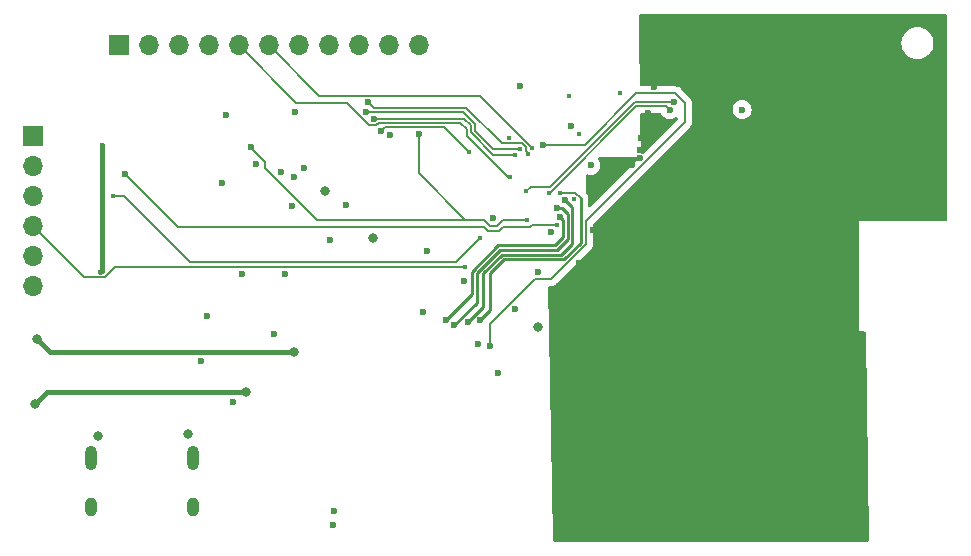
<source format=gbl>
G04 #@! TF.GenerationSoftware,KiCad,Pcbnew,7.0.11-7.0.11~ubuntu22.04.1*
G04 #@! TF.CreationDate,2024-06-26T13:47:26+02:00*
G04 #@! TF.ProjectId,S3-silicon-Sharp-Touch,53332d73-696c-4696-936f-6e2d53686172,rev?*
G04 #@! TF.SameCoordinates,Original*
G04 #@! TF.FileFunction,Copper,L4,Bot*
G04 #@! TF.FilePolarity,Positive*
%FSLAX46Y46*%
G04 Gerber Fmt 4.6, Leading zero omitted, Abs format (unit mm)*
G04 Created by KiCad (PCBNEW 7.0.11-7.0.11~ubuntu22.04.1) date 2024-06-26 13:47:26*
%MOMM*%
%LPD*%
G01*
G04 APERTURE LIST*
G04 #@! TA.AperFunction,ComponentPad*
%ADD10O,1.000000X2.100000*%
G04 #@! TD*
G04 #@! TA.AperFunction,ComponentPad*
%ADD11O,1.000000X1.600000*%
G04 #@! TD*
G04 #@! TA.AperFunction,ComponentPad*
%ADD12R,1.700000X1.700000*%
G04 #@! TD*
G04 #@! TA.AperFunction,ComponentPad*
%ADD13O,1.700000X1.700000*%
G04 #@! TD*
G04 #@! TA.AperFunction,ViaPad*
%ADD14C,0.600000*%
G04 #@! TD*
G04 #@! TA.AperFunction,ViaPad*
%ADD15C,0.400000*%
G04 #@! TD*
G04 #@! TA.AperFunction,ViaPad*
%ADD16C,0.800000*%
G04 #@! TD*
G04 #@! TA.AperFunction,Conductor*
%ADD17C,0.200000*%
G04 #@! TD*
G04 #@! TA.AperFunction,Conductor*
%ADD18C,0.400000*%
G04 #@! TD*
G04 #@! TA.AperFunction,Conductor*
%ADD19C,0.250000*%
G04 #@! TD*
G04 APERTURE END LIST*
D10*
X35070000Y-69085000D03*
D11*
X35070000Y-73265000D03*
D10*
X43710000Y-69085000D03*
D11*
X43710000Y-73265000D03*
D12*
X30150000Y-41840000D03*
D13*
X30150000Y-44380000D03*
X30150000Y-46920000D03*
X30150000Y-49460000D03*
X30150000Y-52000000D03*
X30150000Y-54540000D03*
D12*
X37400000Y-34130000D03*
D13*
X39940000Y-34130000D03*
X42480000Y-34130000D03*
X45020000Y-34130000D03*
X47560000Y-34130000D03*
X50100000Y-34130000D03*
X52640000Y-34130000D03*
X55180000Y-34130000D03*
X57720000Y-34130000D03*
X60260000Y-34130000D03*
X62800000Y-34130000D03*
D14*
X51490000Y-53520000D03*
X49000000Y-44190000D03*
X92172000Y-47320000D03*
X81610000Y-41950000D03*
X69540000Y-61900000D03*
X83094666Y-46200000D03*
X47110000Y-64350000D03*
X81560000Y-55913630D03*
X101268000Y-47320000D03*
X81520000Y-42973750D03*
X102785324Y-46200000D03*
D15*
X76400000Y-41670000D03*
D14*
X87624000Y-47320000D03*
X98241326Y-46200000D03*
X80080000Y-48490000D03*
X77246666Y-52530000D03*
D16*
X43250000Y-67015000D03*
D14*
X101270658Y-46200000D03*
X99755992Y-46200000D03*
D16*
X54900000Y-46470000D03*
D14*
X81560000Y-47320000D03*
X88360000Y-72390000D03*
X80822867Y-44235049D03*
X63525331Y-51554669D03*
X93697328Y-46200000D03*
D15*
X89110000Y-38670000D03*
D14*
X96720000Y-47320000D03*
X80930000Y-48470000D03*
X102784000Y-47320000D03*
D16*
X35600000Y-67195000D03*
D14*
X71400000Y-37570000D03*
X86108000Y-47320000D03*
X90667996Y-46200000D03*
X93688000Y-47320000D03*
X98236000Y-47320000D03*
D15*
X75912275Y-47133376D03*
D14*
X81560000Y-53540904D03*
X99752000Y-47320000D03*
X50550000Y-58600000D03*
X46120000Y-45790000D03*
X81526462Y-43672876D03*
X81560000Y-54727267D03*
X78495000Y-49750000D03*
X52240000Y-45260000D03*
X84609332Y-46200000D03*
X80080000Y-49480000D03*
X81580000Y-46200000D03*
X55590000Y-73540000D03*
X104300000Y-46200000D03*
X86123998Y-46200000D03*
X63190000Y-56700000D03*
X79300000Y-49740000D03*
D15*
X75540000Y-38400000D03*
D14*
X89153330Y-46200000D03*
X78940000Y-52530000D03*
X89140000Y-47320000D03*
X82750000Y-37650000D03*
X47810000Y-53500000D03*
X46500000Y-40010000D03*
X92182662Y-46200000D03*
X81830000Y-40560000D03*
X83076000Y-47320000D03*
X104300000Y-47320000D03*
X96726660Y-46200000D03*
X82220000Y-39890000D03*
X77590000Y-49750000D03*
X84592000Y-47320000D03*
X55550000Y-74740000D03*
X76400000Y-52530000D03*
X55270000Y-50610000D03*
X89110000Y-35640000D03*
D16*
X92450000Y-66350000D03*
D14*
X69124402Y-48790000D03*
D15*
X79860000Y-38180000D03*
D14*
X90656000Y-47320000D03*
X87638664Y-46200000D03*
X95204000Y-47320000D03*
X81560000Y-57100000D03*
X70980000Y-56460000D03*
D16*
X58900000Y-50450000D03*
D14*
X95211994Y-46200000D03*
D16*
X72870000Y-57950000D03*
D14*
X66625000Y-54065000D03*
X52320000Y-39800000D03*
X72920000Y-53345000D03*
X56607281Y-47672719D03*
D15*
X70408248Y-41971752D03*
D14*
X60391865Y-41742806D03*
X75680000Y-40990000D03*
X77360000Y-44300000D03*
X74000000Y-49925000D03*
X37940000Y-45040000D03*
D15*
X74540000Y-49310000D03*
D14*
X62800000Y-41660000D03*
D15*
X71990000Y-48930000D03*
D14*
X48609241Y-42770809D03*
X58530000Y-38940000D03*
D15*
X72060000Y-43310000D03*
X71406091Y-42903909D03*
D14*
X58360000Y-39770000D03*
D15*
X70939092Y-43413909D03*
D14*
X58980000Y-40330000D03*
D15*
X70536664Y-45289989D03*
D14*
X53070000Y-44500000D03*
X67810000Y-59460000D03*
X44400000Y-60850000D03*
X44860000Y-57090000D03*
X51154065Y-44875500D03*
X52030000Y-47760000D03*
D16*
X52250000Y-60100000D03*
X30450000Y-59000000D03*
X48200000Y-63500000D03*
X30300000Y-64500000D03*
D14*
X90170000Y-39570000D03*
X84050000Y-39600000D03*
D15*
X73800000Y-46600000D03*
X72416989Y-42799121D03*
X71917956Y-46501608D03*
D14*
X84420000Y-38910000D03*
X66960000Y-57570000D03*
X75166909Y-47216646D03*
X65810000Y-57830000D03*
X74535060Y-47924939D03*
D15*
X67010000Y-43130000D03*
D14*
X59623199Y-41379959D03*
D15*
X66730000Y-52910000D03*
X68020000Y-50410000D03*
X36900000Y-46920000D03*
X35821091Y-53321091D03*
X35940000Y-42610000D03*
D14*
X65104928Y-57355259D03*
X74731789Y-48673211D03*
X68020000Y-57360000D03*
D15*
X74740000Y-46600000D03*
D14*
X68830000Y-59600000D03*
X73330000Y-42560000D03*
D17*
X69559326Y-49840000D02*
X68689477Y-49840000D01*
X72208333Y-49489485D02*
X69909842Y-49489485D01*
X69909842Y-49489485D02*
X69559326Y-49840000D01*
X68338962Y-49489485D02*
X42389485Y-49489485D01*
X68689477Y-49840000D02*
X68338962Y-49489485D01*
X72387818Y-49310000D02*
X72208333Y-49489485D01*
X74540000Y-49310000D02*
X72387818Y-49310000D01*
X42389485Y-49489485D02*
X37940000Y-45040000D01*
X68855163Y-49440000D02*
X68345163Y-48930000D01*
X62800000Y-44980000D02*
X62800000Y-41660000D01*
X49790000Y-44020761D02*
X48609241Y-42840002D01*
X66750000Y-48930000D02*
X54160761Y-48930000D01*
X54160761Y-48930000D02*
X49790000Y-44559239D01*
X66750000Y-48930000D02*
X62800000Y-44980000D01*
X69903641Y-48930000D02*
X69393641Y-49440000D01*
X48609241Y-42840002D02*
X48609241Y-42770809D01*
X71990000Y-48930000D02*
X69903641Y-48930000D01*
X49790000Y-44559239D02*
X49790000Y-44020761D01*
X69393641Y-49440000D02*
X68855163Y-49440000D01*
X68345163Y-48930000D02*
X66750000Y-48930000D01*
X58530000Y-38940000D02*
X58530000Y-38950000D01*
X59000000Y-39420000D02*
X58680000Y-39100000D01*
X66800000Y-39420000D02*
X59000000Y-39420000D01*
X58530000Y-38950000D02*
X58770000Y-39190000D01*
X71856091Y-43106091D02*
X71856091Y-42717512D01*
X71856091Y-42717512D02*
X71578579Y-42440000D01*
X71578579Y-42440000D02*
X69820000Y-42440000D01*
X69820000Y-42440000D02*
X66800000Y-39420000D01*
X72060000Y-43310000D02*
X71856091Y-43106091D01*
X66521374Y-39770000D02*
X58360000Y-39770000D01*
X67520000Y-41350000D02*
X67520000Y-40768626D01*
X69073909Y-42903909D02*
X67520000Y-41350000D01*
X66690000Y-39938626D02*
X66521374Y-39770000D01*
X71406091Y-42903909D02*
X69193909Y-42903909D01*
X67520000Y-40768626D02*
X66690000Y-39938626D01*
X69193909Y-42903909D02*
X69073909Y-42903909D01*
X70939092Y-43413909D02*
X69103077Y-43413909D01*
X66600542Y-40330000D02*
X58980000Y-40330000D01*
X67180000Y-40909458D02*
X66600542Y-40330000D01*
X69103077Y-43413909D02*
X67180000Y-41490832D01*
X67180000Y-41490832D02*
X67180000Y-40909458D01*
X56690000Y-39000000D02*
X52430000Y-39000000D01*
X59397818Y-40690000D02*
X59207818Y-40880000D01*
X66840000Y-41781664D02*
X66840000Y-41205855D01*
X58570000Y-40880000D02*
X56690000Y-39000000D01*
X66840000Y-41205855D02*
X66324145Y-40690000D01*
X66324145Y-40690000D02*
X59397818Y-40690000D01*
X70536664Y-45289989D02*
X70348325Y-45289989D01*
X52430000Y-39000000D02*
X47560000Y-34130000D01*
X70348325Y-45289989D02*
X66840000Y-41781664D01*
X59207818Y-40880000D02*
X58570000Y-40880000D01*
D18*
X52250000Y-60100000D02*
X31550000Y-60100000D01*
X31550000Y-60100000D02*
X30450000Y-59000000D01*
X48200000Y-63500000D02*
X31300000Y-63500000D01*
X31300000Y-63500000D02*
X30300000Y-64500000D01*
D17*
X73900832Y-46600000D02*
X81220832Y-39280000D01*
X83730000Y-39280000D02*
X84050000Y-39600000D01*
X81220832Y-39280000D02*
X83730000Y-39280000D01*
X73800000Y-46600000D02*
X73900832Y-46600000D01*
X54360000Y-38390000D02*
X68009412Y-38390000D01*
X72416989Y-42797577D02*
X72416989Y-42799121D01*
X50100000Y-34130000D02*
X54360000Y-38390000D01*
X68009412Y-38390000D02*
X72416989Y-42797577D01*
X84390000Y-38940000D02*
X84420000Y-38910000D01*
X71917956Y-46501608D02*
X72319564Y-46100000D01*
X72319564Y-46100000D02*
X73920000Y-46100000D01*
X81080000Y-38940000D02*
X84390000Y-38940000D01*
X73920000Y-46100000D02*
X81080000Y-38940000D01*
D19*
X74850000Y-51860000D02*
X75795000Y-50915000D01*
X75795000Y-47835000D02*
X75090000Y-47130000D01*
X69838457Y-51860000D02*
X74850000Y-51860000D01*
X75795000Y-50915000D02*
X75795000Y-47835000D01*
X68250000Y-53448457D02*
X69838457Y-51860000D01*
X68250000Y-56280000D02*
X68250000Y-53448457D01*
X66960000Y-57570000D02*
X68250000Y-56280000D01*
X74938112Y-47924939D02*
X74535060Y-47924939D01*
X75405000Y-48391827D02*
X74938112Y-47924939D01*
X74480000Y-51470000D02*
X75405000Y-50545000D01*
X65810000Y-57830000D02*
X67726827Y-55913173D01*
X67726827Y-53420087D02*
X69676914Y-51470000D01*
X69676914Y-51470000D02*
X74480000Y-51470000D01*
X75405000Y-50545000D02*
X75405000Y-48391827D01*
X67726827Y-55913173D02*
X67726827Y-53420087D01*
D17*
X64970000Y-41090000D02*
X59913158Y-41090000D01*
X59913158Y-41090000D02*
X59623199Y-41379959D01*
X67010000Y-43130000D02*
X64970000Y-41090000D01*
X66730000Y-52910000D02*
X37010000Y-52910000D01*
X36210000Y-53780000D02*
X34470000Y-53780000D01*
X37010000Y-52910000D02*
X37010000Y-52980000D01*
X37010000Y-52980000D02*
X36210000Y-53780000D01*
X34470000Y-53780000D02*
X30150000Y-49460000D01*
X43450000Y-52510000D02*
X65920000Y-52510000D01*
X65920000Y-52510000D02*
X68020000Y-50410000D01*
X37860000Y-46920000D02*
X43450000Y-52510000D01*
X36900000Y-46920000D02*
X37860000Y-46920000D01*
D18*
X35940000Y-53202182D02*
X35821091Y-53321091D01*
X35940000Y-42610000D02*
X35940000Y-53202182D01*
D19*
X75015000Y-50355000D02*
X75015000Y-48956422D01*
X67290000Y-55170187D02*
X67290000Y-53305371D01*
X69515371Y-51080000D02*
X74290000Y-51080000D01*
X67290000Y-53305371D02*
X69515371Y-51080000D01*
X65104928Y-57355259D02*
X67290000Y-55170187D01*
X74290000Y-51080000D02*
X75015000Y-50355000D01*
X75015000Y-48956422D02*
X74731789Y-48673211D01*
X70000000Y-52250000D02*
X75090000Y-52250000D01*
X75090000Y-52250000D02*
X76510000Y-50830000D01*
D17*
X74740000Y-46600000D02*
X76060000Y-46600000D01*
D19*
X76510000Y-50830000D02*
X76510000Y-47050000D01*
X68830000Y-53420000D02*
X69580000Y-52670000D01*
X68020000Y-57360000D02*
X68830000Y-56550000D01*
X69580000Y-52670000D02*
X70000000Y-52250000D01*
X68830000Y-56550000D02*
X68830000Y-53420000D01*
D17*
X76060000Y-46600000D02*
X76510000Y-47050000D01*
X74005000Y-53895000D02*
X72625000Y-53895000D01*
X81230000Y-38210000D02*
X84530000Y-38210000D01*
X68820000Y-59590000D02*
X68830000Y-59600000D01*
X76950000Y-49887818D02*
X76950000Y-50950000D01*
X85360000Y-40617156D02*
X76940000Y-49037156D01*
X73330000Y-42560000D02*
X76880000Y-42560000D01*
X84530000Y-38210000D02*
X85360000Y-39040000D01*
X72625000Y-53895000D02*
X68820000Y-57700000D01*
X76940000Y-49877818D02*
X76950000Y-49887818D01*
X76950000Y-50950000D02*
X74005000Y-53895000D01*
X85360000Y-39040000D02*
X85360000Y-40617156D01*
X76940000Y-49037156D02*
X76940000Y-49877818D01*
X76880000Y-42560000D02*
X81230000Y-38210000D01*
X68820000Y-57700000D02*
X68820000Y-59590000D01*
G04 #@! TA.AperFunction,Conductor*
G36*
X107442539Y-31520185D02*
G01*
X107488294Y-31572989D01*
X107499500Y-31624500D01*
X107499500Y-48875500D01*
X107479815Y-48942539D01*
X107427011Y-48988294D01*
X107375500Y-48999500D01*
X100064760Y-48999500D01*
X100064554Y-48999459D01*
X100039998Y-48999459D01*
X100039807Y-48999538D01*
X100039619Y-48999615D01*
X100039615Y-48999618D01*
X100039459Y-48999999D01*
X100039476Y-49024616D01*
X100039471Y-49024616D01*
X100039500Y-49024759D01*
X100039500Y-58325467D01*
X100039416Y-58325889D01*
X100039459Y-58350000D01*
X100039500Y-58350099D01*
X100039617Y-58350383D01*
X100039618Y-58350384D01*
X100039808Y-58350462D01*
X100040000Y-58350541D01*
X100040002Y-58350539D01*
X100064616Y-58350524D01*
X100064616Y-58350528D01*
X100064760Y-58350500D01*
X100527096Y-58350500D01*
X100594135Y-58370185D01*
X100639890Y-58422989D01*
X100651083Y-58472689D01*
X100907490Y-76023689D01*
X100888787Y-76091009D01*
X100836657Y-76137530D01*
X100783503Y-76149500D01*
X74327339Y-76149500D01*
X74260300Y-76129815D01*
X74214545Y-76077011D01*
X74203366Y-76028071D01*
X73836692Y-58350524D01*
X73759355Y-54622070D01*
X73777645Y-54554638D01*
X73829488Y-54507798D01*
X73883328Y-54495500D01*
X73957513Y-54495500D01*
X73973697Y-54496560D01*
X74005000Y-54500682D01*
X74005001Y-54500682D01*
X74057254Y-54493802D01*
X74161762Y-54480044D01*
X74307841Y-54419536D01*
X74433282Y-54323282D01*
X74452509Y-54298223D01*
X74463190Y-54286043D01*
X77341043Y-51408190D01*
X77353223Y-51397509D01*
X77378282Y-51378282D01*
X77474536Y-51252841D01*
X77535044Y-51106762D01*
X77550500Y-50989361D01*
X77555682Y-50950000D01*
X77551561Y-50918697D01*
X77550500Y-50902512D01*
X77550500Y-49935305D01*
X77551561Y-49919119D01*
X77555682Y-49887817D01*
X77555682Y-49887816D01*
X77541561Y-49780557D01*
X77540500Y-49764372D01*
X77540500Y-49337252D01*
X77560185Y-49270213D01*
X77576814Y-49249576D01*
X85751044Y-41075345D01*
X85763222Y-41064666D01*
X85788282Y-41045438D01*
X85884536Y-40919997D01*
X85945044Y-40773918D01*
X85960500Y-40656517D01*
X85965682Y-40617156D01*
X85961561Y-40585853D01*
X85960500Y-40569668D01*
X85960500Y-39570003D01*
X89364435Y-39570003D01*
X89384630Y-39749249D01*
X89384631Y-39749254D01*
X89444211Y-39919523D01*
X89540184Y-40072262D01*
X89667738Y-40199816D01*
X89820478Y-40295789D01*
X89988339Y-40354526D01*
X89990745Y-40355368D01*
X89990750Y-40355369D01*
X90169996Y-40375565D01*
X90170000Y-40375565D01*
X90170004Y-40375565D01*
X90349249Y-40355369D01*
X90349252Y-40355368D01*
X90349255Y-40355368D01*
X90519522Y-40295789D01*
X90672262Y-40199816D01*
X90799816Y-40072262D01*
X90895789Y-39919522D01*
X90955368Y-39749255D01*
X90975565Y-39570000D01*
X90955368Y-39390745D01*
X90895789Y-39220478D01*
X90799816Y-39067738D01*
X90672262Y-38940184D01*
X90581635Y-38883239D01*
X90519523Y-38844211D01*
X90349254Y-38784631D01*
X90349249Y-38784630D01*
X90170004Y-38764435D01*
X90169996Y-38764435D01*
X89990750Y-38784630D01*
X89990745Y-38784631D01*
X89820476Y-38844211D01*
X89667737Y-38940184D01*
X89540184Y-39067737D01*
X89444211Y-39220476D01*
X89384631Y-39390745D01*
X89384630Y-39390750D01*
X89364435Y-39569996D01*
X89364435Y-39570003D01*
X85960500Y-39570003D01*
X85960500Y-39087487D01*
X85961561Y-39071301D01*
X85965682Y-39039999D01*
X85965682Y-39039998D01*
X85945044Y-38883239D01*
X85945044Y-38883238D01*
X85884536Y-38737159D01*
X85879614Y-38730745D01*
X85788282Y-38611718D01*
X85788281Y-38611717D01*
X85763228Y-38592493D01*
X85751034Y-38581799D01*
X84988199Y-37818964D01*
X84977504Y-37806769D01*
X84958283Y-37781719D01*
X84958282Y-37781718D01*
X84832841Y-37685464D01*
X84686762Y-37624956D01*
X84686760Y-37624955D01*
X84569361Y-37609500D01*
X84530000Y-37604318D01*
X84498697Y-37608439D01*
X84482513Y-37609500D01*
X81631527Y-37609500D01*
X81564488Y-37589815D01*
X81518733Y-37537011D01*
X81507538Y-37487181D01*
X81459586Y-33950000D01*
X103664341Y-33950000D01*
X103684936Y-34185403D01*
X103684938Y-34185413D01*
X103746094Y-34413655D01*
X103746096Y-34413659D01*
X103746097Y-34413663D01*
X103796031Y-34520746D01*
X103845964Y-34627828D01*
X103845965Y-34627830D01*
X103981505Y-34821402D01*
X104148597Y-34988494D01*
X104342169Y-35124034D01*
X104342171Y-35124035D01*
X104556337Y-35223903D01*
X104784592Y-35285063D01*
X104961032Y-35300499D01*
X104961033Y-35300500D01*
X104961034Y-35300500D01*
X105078967Y-35300500D01*
X105078967Y-35300499D01*
X105255408Y-35285063D01*
X105483663Y-35223903D01*
X105697829Y-35124035D01*
X105891401Y-34988495D01*
X106058495Y-34821401D01*
X106194035Y-34627830D01*
X106293903Y-34413663D01*
X106355063Y-34185408D01*
X106375659Y-33950000D01*
X106355063Y-33714592D01*
X106293903Y-33486337D01*
X106194035Y-33272171D01*
X106194034Y-33272169D01*
X106058494Y-33078597D01*
X105891402Y-32911505D01*
X105697830Y-32775965D01*
X105697828Y-32775964D01*
X105590746Y-32726031D01*
X105483663Y-32676097D01*
X105483659Y-32676096D01*
X105483655Y-32676094D01*
X105255413Y-32614938D01*
X105255403Y-32614936D01*
X105078967Y-32599500D01*
X105078966Y-32599500D01*
X104961034Y-32599500D01*
X104961033Y-32599500D01*
X104784596Y-32614936D01*
X104784586Y-32614938D01*
X104556344Y-32676094D01*
X104556335Y-32676098D01*
X104342171Y-32775964D01*
X104342169Y-32775965D01*
X104148597Y-32911505D01*
X103981506Y-33078597D01*
X103981501Y-33078604D01*
X103845967Y-33272165D01*
X103845965Y-33272169D01*
X103746098Y-33486335D01*
X103746094Y-33486344D01*
X103684938Y-33714586D01*
X103684936Y-33714596D01*
X103664341Y-33949999D01*
X103664341Y-33950000D01*
X81459586Y-33950000D01*
X81428083Y-31626181D01*
X81446857Y-31558881D01*
X81499036Y-31512414D01*
X81552072Y-31500500D01*
X107375500Y-31500500D01*
X107442539Y-31520185D01*
G37*
G04 #@! TD.AperFunction*
G04 #@! TA.AperFunction,Conductor*
G36*
X81322763Y-43591411D02*
G01*
X81368858Y-43643918D01*
X81379248Y-43713011D01*
X81350635Y-43776753D01*
X81344080Y-43783839D01*
X77347181Y-47780739D01*
X77285858Y-47814224D01*
X77216166Y-47809240D01*
X77160233Y-47767368D01*
X77135816Y-47701904D01*
X77135500Y-47693058D01*
X77135500Y-47010651D01*
X77135499Y-47010640D01*
X77125050Y-46927930D01*
X77120664Y-46893208D01*
X77062486Y-46746268D01*
X76994338Y-46652470D01*
X76970859Y-46586667D01*
X76970662Y-46580513D01*
X76960981Y-45184084D01*
X76980199Y-45116915D01*
X77032685Y-45070795D01*
X77101773Y-45060373D01*
X77125932Y-45066189D01*
X77180737Y-45085366D01*
X77180743Y-45085367D01*
X77180745Y-45085368D01*
X77180746Y-45085368D01*
X77180750Y-45085369D01*
X77359996Y-45105565D01*
X77360000Y-45105565D01*
X77360004Y-45105565D01*
X77539249Y-45085369D01*
X77539252Y-45085368D01*
X77539255Y-45085368D01*
X77709522Y-45025789D01*
X77862262Y-44929816D01*
X77989816Y-44802262D01*
X78085789Y-44649522D01*
X78145368Y-44479255D01*
X78165565Y-44300000D01*
X78145368Y-44120745D01*
X78085789Y-43950478D01*
X77989816Y-43797738D01*
X77989813Y-43797735D01*
X77986826Y-43793990D01*
X77960413Y-43729306D01*
X77973165Y-43660609D01*
X78021032Y-43609712D01*
X78082963Y-43592674D01*
X81255600Y-43572162D01*
X81322763Y-43591411D01*
G37*
G04 #@! TD.AperFunction*
G04 #@! TA.AperFunction,Conductor*
G36*
X83280096Y-39900185D02*
G01*
X83319230Y-39944427D01*
X83320506Y-39943626D01*
X83359812Y-40006181D01*
X83420184Y-40102262D01*
X83547738Y-40229816D01*
X83700478Y-40325789D01*
X83842730Y-40375565D01*
X83870745Y-40385368D01*
X83870750Y-40385369D01*
X84049996Y-40405565D01*
X84050000Y-40405565D01*
X84050004Y-40405565D01*
X84229249Y-40385369D01*
X84229252Y-40385368D01*
X84229255Y-40385368D01*
X84399522Y-40325789D01*
X84550957Y-40230635D01*
X84618193Y-40211635D01*
X84685028Y-40232002D01*
X84730243Y-40285270D01*
X84739481Y-40354526D01*
X84709809Y-40417783D01*
X84704610Y-40423310D01*
X81797258Y-43330661D01*
X81735935Y-43364146D01*
X81666243Y-43359162D01*
X81610310Y-43317290D01*
X81585893Y-43251826D01*
X81585590Y-43244713D01*
X81544730Y-40230636D01*
X81541687Y-40006181D01*
X81560461Y-39938881D01*
X81612640Y-39892414D01*
X81665676Y-39880500D01*
X83213057Y-39880500D01*
X83280096Y-39900185D01*
G37*
G04 #@! TD.AperFunction*
M02*

</source>
